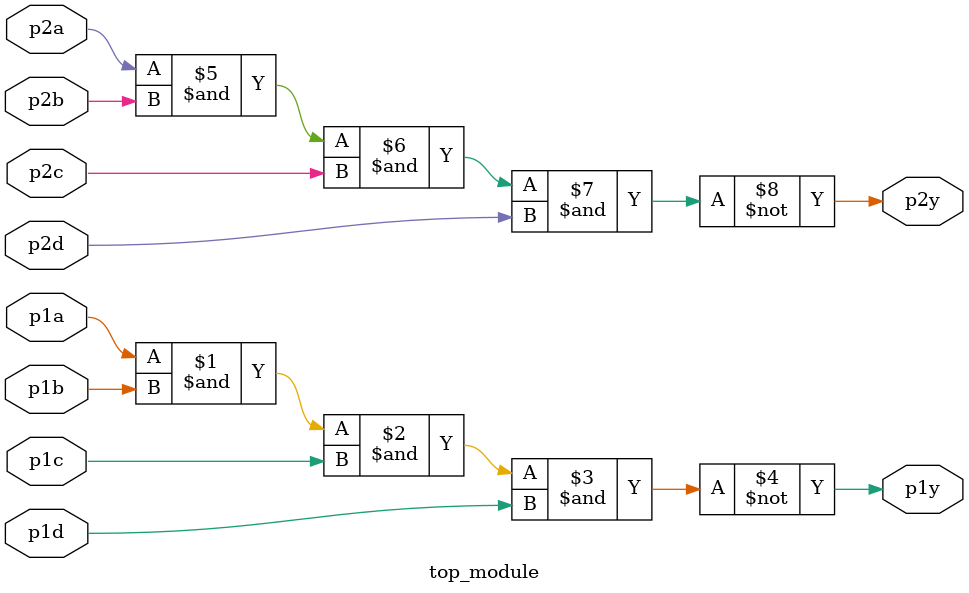
<source format=v>

module top_module ( 
    input p1a, p1b, p1c, p1d,
    output p1y,
    input p2a, p2b, p2c, p2d,
    output p2y );
    
    assign p1y = ~(p1a & p1b & p1c & p1d);
    assign p2y = ~(p2a & p2b & p2c & p2d);


endmodule

</source>
